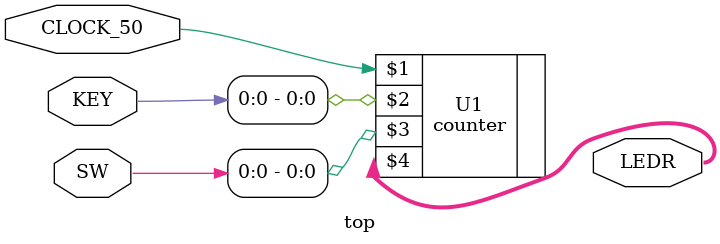
<source format=v>

`default_nettype none

module top (CLOCK_50, KEY, SW, LEDR);
    input wire CLOCK_50;            // DE-series 50 MHz clock signal
    input wire [3:0] KEY;           // DE-series pushbuttons
    input wire [9:0] SW;            // DE-series slide switches
    output wire [9:0] LEDR;         // DE-series LEDs

    counter U1 (CLOCK_50, KEY[0], SW[0], LEDR);
endmodule


</source>
